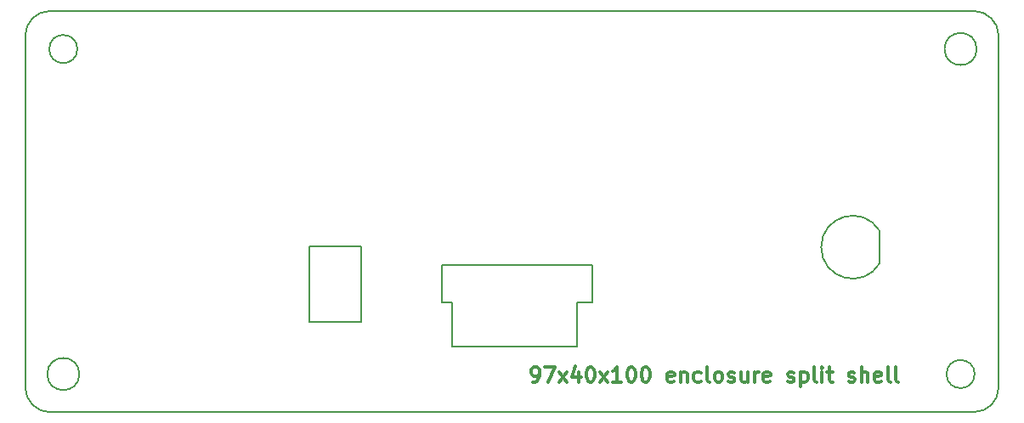
<source format=gto>
G04 #@! TF.FileFunction,Legend,Top*
%FSLAX46Y46*%
G04 Gerber Fmt 4.6, Leading zero omitted, Abs format (unit mm)*
G04 Created by KiCad (PCBNEW no-bzr-kicad_new3d-viewer) date 06/27/16 23:25:45*
%MOMM*%
%LPD*%
G01*
G04 APERTURE LIST*
%ADD10C,0.100000*%
%ADD11C,0.150000*%
%ADD12C,0.300000*%
G04 APERTURE END LIST*
D10*
D11*
X114911900Y-82160340D02*
X114911900Y-89760340D01*
X109711900Y-82160340D02*
X114911900Y-82160340D01*
X109711900Y-89760340D02*
X109711900Y-82160340D01*
X114911900Y-89760340D02*
X109711900Y-89760340D01*
X136411900Y-87760340D02*
X136411900Y-92160340D01*
X137911900Y-87760340D02*
X136411900Y-87760340D01*
X137911900Y-84060340D02*
X137911900Y-87760340D01*
X122911900Y-84060340D02*
X137911900Y-84060340D01*
X122911900Y-87760340D02*
X122911900Y-84060340D01*
X123911900Y-87760340D02*
X122911900Y-87760340D01*
X123911900Y-92160340D02*
X123911900Y-87760340D01*
X136411900Y-92160340D02*
X123911900Y-92160340D01*
D12*
X131951205Y-95708335D02*
X132236919Y-95708335D01*
X132379776Y-95636906D01*
X132451205Y-95565478D01*
X132594062Y-95351192D01*
X132665490Y-95065478D01*
X132665490Y-94494049D01*
X132594062Y-94351192D01*
X132522633Y-94279764D01*
X132379776Y-94208335D01*
X132094062Y-94208335D01*
X131951205Y-94279764D01*
X131879776Y-94351192D01*
X131808347Y-94494049D01*
X131808347Y-94851192D01*
X131879776Y-94994049D01*
X131951205Y-95065478D01*
X132094062Y-95136906D01*
X132379776Y-95136906D01*
X132522633Y-95065478D01*
X132594062Y-94994049D01*
X132665490Y-94851192D01*
X133165490Y-94208335D02*
X134165490Y-94208335D01*
X133522633Y-95708335D01*
X134594062Y-95708335D02*
X135379776Y-94708335D01*
X134594062Y-94708335D02*
X135379776Y-95708335D01*
X136594062Y-94708335D02*
X136594062Y-95708335D01*
X136236919Y-94136906D02*
X135879776Y-95208335D01*
X136808348Y-95208335D01*
X137665490Y-94208335D02*
X137808348Y-94208335D01*
X137951205Y-94279764D01*
X138022633Y-94351192D01*
X138094062Y-94494049D01*
X138165490Y-94779764D01*
X138165490Y-95136906D01*
X138094062Y-95422621D01*
X138022633Y-95565478D01*
X137951205Y-95636906D01*
X137808348Y-95708335D01*
X137665490Y-95708335D01*
X137522633Y-95636906D01*
X137451205Y-95565478D01*
X137379776Y-95422621D01*
X137308348Y-95136906D01*
X137308348Y-94779764D01*
X137379776Y-94494049D01*
X137451205Y-94351192D01*
X137522633Y-94279764D01*
X137665490Y-94208335D01*
X138665490Y-95708335D02*
X139451205Y-94708335D01*
X138665490Y-94708335D02*
X139451205Y-95708335D01*
X140808348Y-95708335D02*
X139951205Y-95708335D01*
X140379776Y-95708335D02*
X140379776Y-94208335D01*
X140236919Y-94422621D01*
X140094062Y-94565478D01*
X139951205Y-94636906D01*
X141736919Y-94208335D02*
X141879776Y-94208335D01*
X142022633Y-94279764D01*
X142094062Y-94351192D01*
X142165490Y-94494049D01*
X142236919Y-94779764D01*
X142236919Y-95136906D01*
X142165490Y-95422621D01*
X142094062Y-95565478D01*
X142022633Y-95636906D01*
X141879776Y-95708335D01*
X141736919Y-95708335D01*
X141594062Y-95636906D01*
X141522633Y-95565478D01*
X141451205Y-95422621D01*
X141379776Y-95136906D01*
X141379776Y-94779764D01*
X141451205Y-94494049D01*
X141522633Y-94351192D01*
X141594062Y-94279764D01*
X141736919Y-94208335D01*
X143165490Y-94208335D02*
X143308348Y-94208335D01*
X143451205Y-94279764D01*
X143522633Y-94351192D01*
X143594062Y-94494049D01*
X143665490Y-94779764D01*
X143665490Y-95136906D01*
X143594062Y-95422621D01*
X143522633Y-95565478D01*
X143451205Y-95636906D01*
X143308348Y-95708335D01*
X143165490Y-95708335D01*
X143022633Y-95636906D01*
X142951205Y-95565478D01*
X142879776Y-95422621D01*
X142808348Y-95136906D01*
X142808348Y-94779764D01*
X142879776Y-94494049D01*
X142951205Y-94351192D01*
X143022633Y-94279764D01*
X143165490Y-94208335D01*
X146022633Y-95636906D02*
X145879776Y-95708335D01*
X145594062Y-95708335D01*
X145451205Y-95636906D01*
X145379776Y-95494049D01*
X145379776Y-94922621D01*
X145451205Y-94779764D01*
X145594062Y-94708335D01*
X145879776Y-94708335D01*
X146022633Y-94779764D01*
X146094062Y-94922621D01*
X146094062Y-95065478D01*
X145379776Y-95208335D01*
X146736919Y-94708335D02*
X146736919Y-95708335D01*
X146736919Y-94851192D02*
X146808348Y-94779764D01*
X146951205Y-94708335D01*
X147165490Y-94708335D01*
X147308348Y-94779764D01*
X147379776Y-94922621D01*
X147379776Y-95708335D01*
X148736919Y-95636906D02*
X148594062Y-95708335D01*
X148308348Y-95708335D01*
X148165490Y-95636906D01*
X148094062Y-95565478D01*
X148022633Y-95422621D01*
X148022633Y-94994049D01*
X148094062Y-94851192D01*
X148165490Y-94779764D01*
X148308348Y-94708335D01*
X148594062Y-94708335D01*
X148736919Y-94779764D01*
X149594062Y-95708335D02*
X149451205Y-95636906D01*
X149379776Y-95494049D01*
X149379776Y-94208335D01*
X150379776Y-95708335D02*
X150236919Y-95636906D01*
X150165490Y-95565478D01*
X150094062Y-95422621D01*
X150094062Y-94994049D01*
X150165490Y-94851192D01*
X150236919Y-94779764D01*
X150379776Y-94708335D01*
X150594062Y-94708335D01*
X150736919Y-94779764D01*
X150808348Y-94851192D01*
X150879776Y-94994049D01*
X150879776Y-95422621D01*
X150808348Y-95565478D01*
X150736919Y-95636906D01*
X150594062Y-95708335D01*
X150379776Y-95708335D01*
X151451205Y-95636906D02*
X151594062Y-95708335D01*
X151879776Y-95708335D01*
X152022633Y-95636906D01*
X152094062Y-95494049D01*
X152094062Y-95422621D01*
X152022633Y-95279764D01*
X151879776Y-95208335D01*
X151665490Y-95208335D01*
X151522633Y-95136906D01*
X151451205Y-94994049D01*
X151451205Y-94922621D01*
X151522633Y-94779764D01*
X151665490Y-94708335D01*
X151879776Y-94708335D01*
X152022633Y-94779764D01*
X153379776Y-94708335D02*
X153379776Y-95708335D01*
X152736919Y-94708335D02*
X152736919Y-95494049D01*
X152808348Y-95636906D01*
X152951205Y-95708335D01*
X153165490Y-95708335D01*
X153308348Y-95636906D01*
X153379776Y-95565478D01*
X154094062Y-95708335D02*
X154094062Y-94708335D01*
X154094062Y-94994049D02*
X154165490Y-94851192D01*
X154236919Y-94779764D01*
X154379776Y-94708335D01*
X154522633Y-94708335D01*
X155594062Y-95636906D02*
X155451205Y-95708335D01*
X155165490Y-95708335D01*
X155022633Y-95636906D01*
X154951205Y-95494049D01*
X154951205Y-94922621D01*
X155022633Y-94779764D01*
X155165490Y-94708335D01*
X155451205Y-94708335D01*
X155594062Y-94779764D01*
X155665490Y-94922621D01*
X155665490Y-95065478D01*
X154951205Y-95208335D01*
X157379776Y-95636906D02*
X157522633Y-95708335D01*
X157808348Y-95708335D01*
X157951205Y-95636906D01*
X158022633Y-95494049D01*
X158022633Y-95422621D01*
X157951205Y-95279764D01*
X157808348Y-95208335D01*
X157594062Y-95208335D01*
X157451205Y-95136906D01*
X157379776Y-94994049D01*
X157379776Y-94922621D01*
X157451205Y-94779764D01*
X157594062Y-94708335D01*
X157808348Y-94708335D01*
X157951205Y-94779764D01*
X158665490Y-94708335D02*
X158665490Y-96208335D01*
X158665490Y-94779764D02*
X158808348Y-94708335D01*
X159094062Y-94708335D01*
X159236919Y-94779764D01*
X159308348Y-94851192D01*
X159379776Y-94994049D01*
X159379776Y-95422621D01*
X159308348Y-95565478D01*
X159236919Y-95636906D01*
X159094062Y-95708335D01*
X158808348Y-95708335D01*
X158665490Y-95636906D01*
X160236919Y-95708335D02*
X160094062Y-95636906D01*
X160022633Y-95494049D01*
X160022633Y-94208335D01*
X160808348Y-95708335D02*
X160808348Y-94708335D01*
X160808348Y-94208335D02*
X160736919Y-94279764D01*
X160808348Y-94351192D01*
X160879776Y-94279764D01*
X160808348Y-94208335D01*
X160808348Y-94351192D01*
X161308348Y-94708335D02*
X161879776Y-94708335D01*
X161522633Y-94208335D02*
X161522633Y-95494049D01*
X161594062Y-95636906D01*
X161736919Y-95708335D01*
X161879776Y-95708335D01*
X163451205Y-95636906D02*
X163594062Y-95708335D01*
X163879776Y-95708335D01*
X164022633Y-95636906D01*
X164094062Y-95494049D01*
X164094062Y-95422621D01*
X164022633Y-95279764D01*
X163879776Y-95208335D01*
X163665490Y-95208335D01*
X163522633Y-95136906D01*
X163451205Y-94994049D01*
X163451205Y-94922621D01*
X163522633Y-94779764D01*
X163665490Y-94708335D01*
X163879776Y-94708335D01*
X164022633Y-94779764D01*
X164736919Y-95708335D02*
X164736919Y-94208335D01*
X165379776Y-95708335D02*
X165379776Y-94922621D01*
X165308348Y-94779764D01*
X165165490Y-94708335D01*
X164951205Y-94708335D01*
X164808348Y-94779764D01*
X164736919Y-94851192D01*
X166665490Y-95636906D02*
X166522633Y-95708335D01*
X166236919Y-95708335D01*
X166094062Y-95636906D01*
X166022633Y-95494049D01*
X166022633Y-94922621D01*
X166094062Y-94779764D01*
X166236919Y-94708335D01*
X166522633Y-94708335D01*
X166665490Y-94779764D01*
X166736919Y-94922621D01*
X166736919Y-95065478D01*
X166022633Y-95208335D01*
X167594062Y-95708335D02*
X167451205Y-95636906D01*
X167379776Y-95494049D01*
X167379776Y-94208335D01*
X168379776Y-95708335D02*
X168236919Y-95636906D01*
X168165490Y-95494049D01*
X168165490Y-94208335D01*
D11*
X86808348Y-94929764D02*
G75*
G03X86808348Y-94929764I-1600000J0D01*
G01*
X83908348Y-98729764D02*
G75*
G02X81408348Y-96229764I0J2500000D01*
G01*
X176008348Y-94929764D02*
G75*
G03X176008348Y-94929764I-1400000J0D01*
G01*
X178408348Y-96229764D02*
G75*
G02X175908348Y-98729764I-2500000J0D01*
G01*
X176208348Y-62529764D02*
G75*
G03X176208348Y-62529764I-1600000J0D01*
G01*
X175908348Y-58729764D02*
G75*
G02X178408348Y-61229764I0J-2500000D01*
G01*
X81408348Y-61229764D02*
G75*
G02X83908348Y-58729764I2500000J0D01*
G01*
X86608348Y-62529764D02*
G75*
G03X86608348Y-62529764I-1400000J0D01*
G01*
X81408348Y-61229764D02*
X81408348Y-96229764D01*
X178408348Y-96229764D02*
X178408348Y-61229764D01*
X175908348Y-98729764D02*
X83908348Y-98729764D01*
X175908348Y-58729764D02*
X83908348Y-58729764D01*
X166567437Y-83864326D02*
G75*
G02X166558348Y-80679764I-2709089J1584562D01*
G01*
X166558348Y-80679764D02*
X166558348Y-83879764D01*
M02*

</source>
